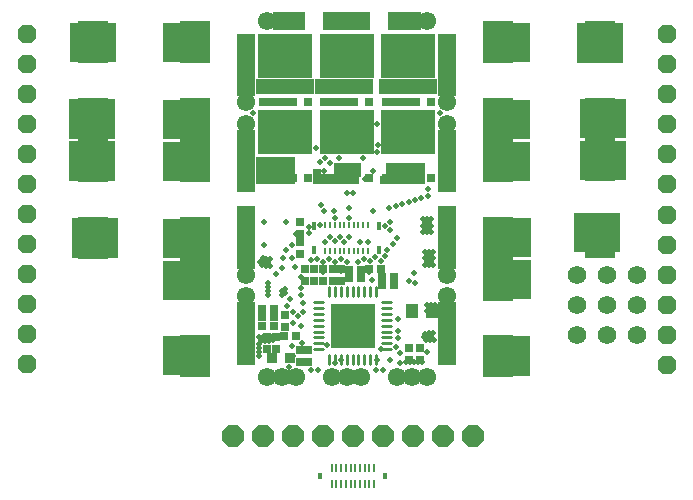
<source format=gbr>
G04 EAGLE Gerber RS-274X export*
G75*
%MOMM*%
%FSLAX34Y34*%
%LPD*%
%INSoldermask Top*%
%IPPOS*%
%AMOC8*
5,1,8,0,0,1.08239X$1,22.5*%
G01*
%ADD10R,0.750800X0.650800*%
%ADD11R,0.650800X0.750800*%
%ADD12R,1.050800X1.150800*%
%ADD13R,3.300800X0.736800*%
%ADD14R,0.760800X0.736800*%
%ADD15R,4.570800X3.850800*%
%ADD16C,0.280800*%
%ADD17R,3.750800X3.750800*%
%ADD18R,0.850800X0.850800*%
%ADD19R,0.270800X0.525800*%
%ADD20R,0.370800X0.700800*%
%ADD21R,2.550800X3.550800*%
%ADD22C,1.574800*%
%ADD23P,1.704548X8X202.500000*%
%ADD24R,0.270800X0.710800*%
%ADD25R,0.400800X0.490800*%
%ADD26P,1.979475X8X292.500000*%
%ADD27R,1.550800X1.550800*%
%ADD28R,0.704800X0.704800*%
%ADD29C,1.550800*%
%ADD30C,0.504800*%


D10*
X253365Y112094D03*
X253365Y122094D03*
X246190Y103616D03*
X246190Y93616D03*
X285750Y151274D03*
X285750Y161274D03*
X293624Y161274D03*
X293624Y151274D03*
X277876Y151274D03*
X277876Y161274D03*
X270002Y151274D03*
X270002Y161274D03*
D11*
X307992Y153543D03*
X317992Y153543D03*
D10*
X300609Y151274D03*
X300609Y161274D03*
X265811Y174007D03*
X265811Y184007D03*
D11*
X262683Y104648D03*
X252683Y104648D03*
D10*
X265811Y190898D03*
X265811Y200898D03*
D11*
X335868Y147511D03*
X345868Y147511D03*
D12*
X360562Y125413D03*
X377562Y125413D03*
D11*
X334883Y161481D03*
X324883Y161481D03*
D13*
X299276Y302657D03*
D14*
X324676Y302657D03*
D15*
X305626Y341757D03*
D13*
X299212Y238077D03*
D14*
X324612Y238077D03*
D15*
X305562Y277177D03*
D13*
X247206Y302657D03*
D14*
X272606Y302657D03*
D15*
X253556Y341757D03*
D13*
X247142Y238077D03*
D14*
X272542Y238077D03*
D15*
X253492Y277177D03*
D13*
X351346Y302657D03*
D14*
X376746Y302657D03*
D15*
X357696Y341757D03*
D13*
X351282Y238077D03*
D14*
X376682Y238077D03*
D15*
X357632Y277177D03*
D16*
X330579Y146198D02*
X330579Y138498D01*
X325579Y138498D02*
X325579Y146198D01*
X320579Y146198D02*
X320579Y138498D01*
X315579Y138498D02*
X315579Y146198D01*
X310579Y146198D02*
X310579Y138498D01*
X305579Y138498D02*
X305579Y146198D01*
X300579Y146198D02*
X300579Y138498D01*
X295579Y138498D02*
X295579Y146198D01*
X290579Y146198D02*
X290579Y138498D01*
X285429Y133348D02*
X277729Y133348D01*
X277729Y128348D02*
X285429Y128348D01*
X285429Y123348D02*
X277729Y123348D01*
X277729Y118348D02*
X285429Y118348D01*
X285429Y113348D02*
X277729Y113348D01*
X277729Y108348D02*
X285429Y108348D01*
X285429Y103348D02*
X277729Y103348D01*
X277729Y98348D02*
X285429Y98348D01*
X285429Y93348D02*
X277729Y93348D01*
X290579Y88198D02*
X290579Y80498D01*
X295579Y80498D02*
X295579Y88198D01*
X300579Y88198D02*
X300579Y80498D01*
X305579Y80498D02*
X305579Y88198D01*
X310579Y88198D02*
X310579Y80498D01*
X315579Y80498D02*
X315579Y88198D01*
X320579Y88198D02*
X320579Y80498D01*
X325579Y80498D02*
X325579Y88198D01*
X330579Y88198D02*
X330579Y80498D01*
X335729Y93348D02*
X343429Y93348D01*
X343429Y98348D02*
X335729Y98348D01*
X335729Y103348D02*
X343429Y103348D01*
X343429Y108348D02*
X335729Y108348D01*
X335729Y113348D02*
X343429Y113348D01*
X343429Y118348D02*
X335729Y118348D01*
X335729Y123348D02*
X343429Y123348D01*
X343429Y128348D02*
X335729Y128348D01*
X335779Y133348D02*
X343479Y133348D01*
D17*
X310579Y113348D03*
D11*
X243887Y112776D03*
X233887Y112776D03*
X233887Y120650D03*
X243887Y120650D03*
X243887Y127635D03*
X233887Y127635D03*
D18*
X242754Y85725D03*
X257754Y85725D03*
D10*
X238316Y103616D03*
X238316Y93616D03*
D19*
X323596Y176784D03*
X319596Y176784D03*
X315596Y176784D03*
X311596Y176784D03*
X307596Y176784D03*
X303596Y176784D03*
X299596Y176784D03*
X295596Y176784D03*
X291596Y176784D03*
X287596Y176784D03*
X323596Y198684D03*
X319596Y198684D03*
X315596Y198684D03*
X311596Y198684D03*
X307596Y198684D03*
X303596Y198684D03*
X299596Y198684D03*
X295596Y198684D03*
X291596Y198684D03*
X287596Y198684D03*
D20*
X333096Y177784D03*
X278096Y177784D03*
X333096Y197784D03*
X278096Y197784D03*
D10*
X358394Y94535D03*
X358394Y84535D03*
X266129Y82757D03*
X266129Y92757D03*
D11*
X335868Y154496D03*
X345868Y154496D03*
D10*
X367348Y94535D03*
X367348Y84535D03*
X273114Y82757D03*
X273114Y92757D03*
D11*
X307992Y160528D03*
X317992Y160528D03*
D21*
X434086Y353302D03*
X434086Y288302D03*
X177038Y353302D03*
X177038Y288302D03*
X177038Y187909D03*
X177038Y252909D03*
X177038Y152452D03*
X177038Y87452D03*
X434086Y187909D03*
X434086Y252909D03*
X434086Y152388D03*
X434086Y87388D03*
X91059Y353302D03*
X91059Y288302D03*
X90996Y187909D03*
X90996Y252909D03*
X520129Y353302D03*
X520129Y288302D03*
X520129Y188353D03*
X520129Y253353D03*
D22*
X500380Y105791D03*
X500380Y131191D03*
X500380Y156591D03*
X551180Y105791D03*
X551180Y131191D03*
X551180Y156591D03*
D23*
X576580Y80391D03*
X576580Y105791D03*
X576580Y131191D03*
X576580Y156591D03*
X576580Y181991D03*
X576580Y207391D03*
X576580Y232855D03*
X576580Y258255D03*
X576580Y283655D03*
X576580Y309055D03*
X576580Y334455D03*
X576580Y359855D03*
D22*
X525780Y105791D03*
X525780Y131191D03*
X525780Y156591D03*
D23*
X34608Y80645D03*
X34608Y106045D03*
X34608Y131445D03*
X34608Y156845D03*
X34608Y182245D03*
X34608Y207645D03*
X34608Y233045D03*
X34608Y258445D03*
X34608Y283845D03*
X34608Y309245D03*
X34608Y334645D03*
X34608Y360045D03*
D24*
X292862Y-6858D03*
X296862Y-6858D03*
X300862Y-6858D03*
X304862Y-6858D03*
X308862Y-6858D03*
X312862Y-6858D03*
X316862Y-6858D03*
X320862Y-6858D03*
X324862Y-6858D03*
X328862Y-6858D03*
X292862Y-20658D03*
X296862Y-20658D03*
X300862Y-20658D03*
X304862Y-20658D03*
X308862Y-20658D03*
X312862Y-20658D03*
X316862Y-20658D03*
X320862Y-20658D03*
X324862Y-20658D03*
X328862Y-20658D03*
D25*
X283362Y-13758D03*
X338362Y-13758D03*
D26*
X412369Y19812D03*
X386969Y19812D03*
X361569Y19812D03*
X336169Y19812D03*
X310769Y19812D03*
X285369Y19812D03*
X259969Y19812D03*
X234569Y19812D03*
X209169Y19812D03*
D27*
X220472Y271717D03*
X220472Y259144D03*
X220472Y246571D03*
X390652Y271717D03*
X390652Y259144D03*
X390652Y246571D03*
X390652Y233998D03*
D28*
X280353Y236855D03*
D27*
X220472Y233998D03*
D29*
X390652Y284290D03*
X220472Y284290D03*
D28*
X280353Y242189D03*
X285687Y236855D03*
X291021Y236855D03*
X296355Y236855D03*
X301689Y236855D03*
X307023Y236855D03*
X312357Y236855D03*
X298006Y242189D03*
X298006Y247523D03*
X303340Y242189D03*
X308674Y242189D03*
X314008Y242189D03*
X303340Y247523D03*
X308674Y247523D03*
X314008Y247523D03*
D30*
X342566Y84392D03*
X295596Y204857D03*
X307596Y204857D03*
D27*
X390652Y169037D03*
X390652Y181610D03*
X390652Y194183D03*
X220472Y169037D03*
X220472Y181610D03*
X220472Y194183D03*
X220472Y206756D03*
X390652Y206756D03*
D29*
X220472Y156464D03*
X390652Y156464D03*
D30*
X300609Y159345D03*
X317992Y157567D03*
X254617Y200914D03*
X252683Y104648D03*
X238316Y103616D03*
X356154Y82273D03*
X362851Y158017D03*
X370459Y197960D03*
X266827Y154178D03*
X310579Y113411D03*
X253762Y144354D03*
X253762Y141052D03*
X250904Y142703D03*
X250904Y139401D03*
X373761Y197960D03*
X377063Y197960D03*
X372110Y195102D03*
X375412Y195102D03*
X372110Y200817D03*
X375412Y200817D03*
X310579Y116713D03*
X307721Y115062D03*
X313436Y115062D03*
X313436Y118364D03*
X307721Y118364D03*
X310579Y120015D03*
X316294Y116713D03*
X316294Y120015D03*
X313436Y121666D03*
X310579Y123317D03*
X307721Y121666D03*
X304864Y116713D03*
X304864Y120015D03*
X304864Y123317D03*
X316294Y123317D03*
X316294Y113411D03*
X304864Y113411D03*
X373761Y192245D03*
X370459Y192245D03*
X377063Y192245D03*
X373761Y203675D03*
X377063Y203675D03*
X370459Y203675D03*
X233998Y164432D03*
X237300Y164241D03*
X235839Y167162D03*
X232601Y167416D03*
X239141Y166972D03*
X240602Y163987D03*
X237681Y169893D03*
X240983Y169702D03*
X234379Y170210D03*
X235014Y103535D03*
X231712Y103535D03*
X233363Y100678D03*
X236728Y100678D03*
X240030Y100741D03*
X241618Y103599D03*
X243332Y100805D03*
X231648Y97820D03*
X231585Y94455D03*
X231521Y91153D03*
X231648Y87851D03*
X359474Y82263D03*
X362776Y82390D03*
X366078Y82263D03*
X369316Y82199D03*
X374015Y103916D03*
X370713Y103662D03*
X377381Y104107D03*
X372618Y100868D03*
X375920Y101122D03*
X372110Y106647D03*
X375476Y106901D03*
X378778Y107155D03*
X379222Y101376D03*
D28*
X430721Y101092D03*
X425387Y101092D03*
X441389Y101092D03*
X436055Y101092D03*
X446723Y101092D03*
X452057Y101092D03*
X457391Y101092D03*
X430721Y95758D03*
X425387Y95758D03*
X441389Y95758D03*
X436055Y95758D03*
X446723Y95758D03*
X452057Y95758D03*
X457391Y95758D03*
X430721Y90424D03*
X425387Y90424D03*
X441389Y90424D03*
X436055Y90424D03*
X446723Y90424D03*
X452057Y90424D03*
X457391Y90424D03*
X430721Y85090D03*
X425387Y85090D03*
X441389Y85090D03*
X436055Y85090D03*
X446723Y85090D03*
X452057Y85090D03*
X457391Y85090D03*
X430721Y79756D03*
X425387Y79756D03*
X441389Y79756D03*
X436055Y79756D03*
X446723Y79756D03*
X452057Y79756D03*
X457391Y79756D03*
X430721Y74422D03*
X425387Y74422D03*
X441389Y74422D03*
X436055Y74422D03*
X446723Y74422D03*
X452057Y74422D03*
X457391Y74422D03*
X430467Y301117D03*
X425133Y301117D03*
X441135Y301117D03*
X435801Y301117D03*
X446469Y301117D03*
X451803Y301117D03*
X457137Y301117D03*
X430467Y295783D03*
X425133Y295783D03*
X441135Y295783D03*
X435801Y295783D03*
X446469Y295783D03*
X451803Y295783D03*
X457137Y295783D03*
X430467Y290449D03*
X425133Y290449D03*
X441135Y290449D03*
X435801Y290449D03*
X446469Y290449D03*
X451803Y290449D03*
X457137Y290449D03*
X430467Y285115D03*
X425133Y285115D03*
X441135Y285115D03*
X435801Y285115D03*
X446469Y285115D03*
X451803Y285115D03*
X457137Y285115D03*
X430467Y279781D03*
X425133Y279781D03*
X441135Y279781D03*
X435801Y279781D03*
X446469Y279781D03*
X451803Y279781D03*
X457137Y279781D03*
X430467Y274447D03*
X425133Y274447D03*
X441135Y274447D03*
X435801Y274447D03*
X446469Y274447D03*
X451803Y274447D03*
X457137Y274447D03*
X430403Y265621D03*
X425069Y265621D03*
X441071Y265621D03*
X435737Y265621D03*
X446405Y265621D03*
X451739Y265621D03*
X457073Y265621D03*
X430403Y260287D03*
X425069Y260287D03*
X441071Y260287D03*
X435737Y260287D03*
X446405Y260287D03*
X451739Y260287D03*
X457073Y260287D03*
X430403Y254953D03*
X425069Y254953D03*
X441071Y254953D03*
X435737Y254953D03*
X446405Y254953D03*
X451739Y254953D03*
X457073Y254953D03*
X430403Y249619D03*
X425069Y249619D03*
X441071Y249619D03*
X435737Y249619D03*
X446405Y249619D03*
X451739Y249619D03*
X457073Y249619D03*
X430403Y244285D03*
X425069Y244285D03*
X441071Y244285D03*
X435737Y244285D03*
X446405Y244285D03*
X451739Y244285D03*
X457073Y244285D03*
X430403Y238951D03*
X425069Y238951D03*
X441071Y238951D03*
X435737Y238951D03*
X446405Y238951D03*
X451739Y238951D03*
X457073Y238951D03*
X511747Y302070D03*
X506413Y302070D03*
X522415Y302070D03*
X517081Y302070D03*
X527749Y302070D03*
X533083Y302070D03*
X538417Y302070D03*
X511747Y296736D03*
X506413Y296736D03*
X522415Y296736D03*
X517081Y296736D03*
X527749Y296736D03*
X533083Y296736D03*
X538417Y296736D03*
X511747Y291402D03*
X506413Y291402D03*
X522415Y291402D03*
X517081Y291402D03*
X527749Y291402D03*
X533083Y291402D03*
X538417Y291402D03*
X511747Y286068D03*
X506413Y286068D03*
X522415Y286068D03*
X517081Y286068D03*
X527749Y286068D03*
X533083Y286068D03*
X538417Y286068D03*
X511747Y280734D03*
X506413Y280734D03*
X522415Y280734D03*
X517081Y280734D03*
X527749Y280734D03*
X533083Y280734D03*
X538417Y280734D03*
X511747Y275400D03*
X506413Y275400D03*
X522415Y275400D03*
X517081Y275400D03*
X527749Y275400D03*
X533083Y275400D03*
X538417Y275400D03*
X511683Y266573D03*
X506349Y266573D03*
X522351Y266573D03*
X517017Y266573D03*
X527685Y266573D03*
X533019Y266573D03*
X538353Y266573D03*
X511683Y261239D03*
X506349Y261239D03*
X522351Y261239D03*
X517017Y261239D03*
X527685Y261239D03*
X533019Y261239D03*
X538353Y261239D03*
X511683Y255905D03*
X506349Y255905D03*
X522351Y255905D03*
X517017Y255905D03*
X527685Y255905D03*
X533019Y255905D03*
X538353Y255905D03*
X511683Y250571D03*
X506349Y250571D03*
X522351Y250571D03*
X517017Y250571D03*
X527685Y250571D03*
X533019Y250571D03*
X538353Y250571D03*
X511683Y245237D03*
X506349Y245237D03*
X522351Y245237D03*
X517017Y245237D03*
X527685Y245237D03*
X533019Y245237D03*
X538353Y245237D03*
X511683Y239903D03*
X506349Y239903D03*
X522351Y239903D03*
X517017Y239903D03*
X527685Y239903D03*
X533019Y239903D03*
X538353Y239903D03*
X180467Y101473D03*
X185801Y101473D03*
X169799Y101473D03*
X175133Y101473D03*
X164465Y101473D03*
X159131Y101473D03*
X153797Y101473D03*
X180467Y96139D03*
X185801Y96139D03*
X169799Y96139D03*
X175133Y96139D03*
X164465Y96139D03*
X159131Y96139D03*
X153797Y96139D03*
X180467Y90805D03*
X185801Y90805D03*
X169799Y90805D03*
X175133Y90805D03*
X164465Y90805D03*
X159131Y90805D03*
X153797Y90805D03*
X180467Y85471D03*
X185801Y85471D03*
X169799Y85471D03*
X175133Y85471D03*
X164465Y85471D03*
X159131Y85471D03*
X153797Y85471D03*
X180467Y80137D03*
X185801Y80137D03*
X169799Y80137D03*
X175133Y80137D03*
X164465Y80137D03*
X159131Y80137D03*
X153797Y80137D03*
X180467Y74803D03*
X185801Y74803D03*
X169799Y74803D03*
X175133Y74803D03*
X164465Y74803D03*
X159131Y74803D03*
X153797Y74803D03*
X180150Y301054D03*
X185484Y301054D03*
X169482Y301054D03*
X174816Y301054D03*
X164148Y301054D03*
X158814Y301054D03*
X153480Y301054D03*
X180150Y295720D03*
X185484Y295720D03*
X169482Y295720D03*
X174816Y295720D03*
X164148Y295720D03*
X158814Y295720D03*
X153480Y295720D03*
X180150Y290386D03*
X185484Y290386D03*
X169482Y290386D03*
X174816Y290386D03*
X164148Y290386D03*
X158814Y290386D03*
X153480Y290386D03*
X180150Y285052D03*
X185484Y285052D03*
X169482Y285052D03*
X174816Y285052D03*
X164148Y285052D03*
X158814Y285052D03*
X153480Y285052D03*
X180150Y279718D03*
X185484Y279718D03*
X169482Y279718D03*
X174816Y279718D03*
X164148Y279718D03*
X158814Y279718D03*
X153480Y279718D03*
X180150Y274384D03*
X185484Y274384D03*
X169482Y274384D03*
X174816Y274384D03*
X164148Y274384D03*
X158814Y274384D03*
X153480Y274384D03*
X180213Y265557D03*
X185547Y265557D03*
X169545Y265557D03*
X174879Y265557D03*
X164211Y265557D03*
X158877Y265557D03*
X153543Y265557D03*
X180213Y260223D03*
X185547Y260223D03*
X169545Y260223D03*
X174879Y260223D03*
X164211Y260223D03*
X158877Y260223D03*
X153543Y260223D03*
X180213Y254889D03*
X185547Y254889D03*
X169545Y254889D03*
X174879Y254889D03*
X164211Y254889D03*
X158877Y254889D03*
X153543Y254889D03*
X180213Y249555D03*
X185547Y249555D03*
X169545Y249555D03*
X174879Y249555D03*
X164211Y249555D03*
X158877Y249555D03*
X153543Y249555D03*
X180213Y244221D03*
X185547Y244221D03*
X169545Y244221D03*
X174879Y244221D03*
X164211Y244221D03*
X158877Y244221D03*
X153543Y244221D03*
X180213Y238887D03*
X185547Y238887D03*
X169545Y238887D03*
X174879Y238887D03*
X164211Y238887D03*
X158877Y238887D03*
X153543Y238887D03*
X100457Y301498D03*
X105791Y301498D03*
X89789Y301498D03*
X95123Y301498D03*
X84455Y301498D03*
X79121Y301498D03*
X73787Y301498D03*
X100457Y296164D03*
X105791Y296164D03*
X89789Y296164D03*
X95123Y296164D03*
X84455Y296164D03*
X79121Y296164D03*
X73787Y296164D03*
X100457Y290830D03*
X105791Y290830D03*
X89789Y290830D03*
X95123Y290830D03*
X84455Y290830D03*
X79121Y290830D03*
X73787Y290830D03*
X100457Y285496D03*
X105791Y285496D03*
X89789Y285496D03*
X95123Y285496D03*
X84455Y285496D03*
X79121Y285496D03*
X73787Y285496D03*
X100457Y280162D03*
X105791Y280162D03*
X89789Y280162D03*
X95123Y280162D03*
X84455Y280162D03*
X79121Y280162D03*
X73787Y280162D03*
X100457Y274828D03*
X105791Y274828D03*
X89789Y274828D03*
X95123Y274828D03*
X84455Y274828D03*
X79121Y274828D03*
X73787Y274828D03*
X100521Y266002D03*
X105855Y266002D03*
X89853Y266002D03*
X95187Y266002D03*
X84519Y266002D03*
X79185Y266002D03*
X73851Y266002D03*
X100521Y260668D03*
X105855Y260668D03*
X89853Y260668D03*
X95187Y260668D03*
X84519Y260668D03*
X79185Y260668D03*
X73851Y260668D03*
X100521Y255334D03*
X105855Y255334D03*
X89853Y255334D03*
X95187Y255334D03*
X84519Y255334D03*
X79185Y255334D03*
X73851Y255334D03*
X100521Y250000D03*
X105855Y250000D03*
X89853Y250000D03*
X95187Y250000D03*
X84519Y250000D03*
X79185Y250000D03*
X73851Y250000D03*
X100521Y244666D03*
X105855Y244666D03*
X89853Y244666D03*
X95187Y244666D03*
X84519Y244666D03*
X79185Y244666D03*
X73851Y244666D03*
X100521Y239332D03*
X105855Y239332D03*
X89853Y239332D03*
X95187Y239332D03*
X84519Y239332D03*
X79185Y239332D03*
X73851Y239332D03*
D30*
X331666Y84348D03*
X350635Y90456D03*
X335632Y159329D03*
X262776Y191174D03*
X257040Y78566D03*
D27*
X390652Y88011D03*
X390652Y100584D03*
X390652Y113157D03*
X220472Y88011D03*
X220472Y100584D03*
X220472Y113157D03*
X220472Y125730D03*
X390652Y125730D03*
D29*
X220472Y138303D03*
X390652Y138303D03*
D27*
X220472Y352743D03*
X220472Y340170D03*
X220472Y327597D03*
X390652Y352743D03*
X390652Y340170D03*
X390652Y327597D03*
X390652Y315024D03*
X220472Y315024D03*
D29*
X390652Y302451D03*
X220472Y302451D03*
D30*
X378905Y170307D03*
X375603Y170307D03*
X377254Y173165D03*
X377254Y167450D03*
X373952Y167450D03*
X372301Y170307D03*
X373952Y173165D03*
X373571Y125413D03*
X376873Y125286D03*
X375349Y128207D03*
X378651Y128080D03*
X380175Y125159D03*
X378397Y122365D03*
X375095Y122492D03*
X377127Y131001D03*
X373825Y131128D03*
X380429Y130874D03*
X381699Y122238D03*
X381953Y127953D03*
X375603Y164592D03*
X372301Y164592D03*
X378905Y164592D03*
X375603Y176022D03*
X372301Y176022D03*
X378905Y176022D03*
X238633Y145733D03*
X238697Y142431D03*
X238633Y139129D03*
X238697Y149035D03*
D28*
X426022Y201232D03*
X431356Y201232D03*
X436690Y201232D03*
X442024Y201232D03*
X426022Y195898D03*
X431356Y195898D03*
X436690Y195898D03*
X442024Y195898D03*
X426022Y190564D03*
X431356Y190564D03*
X436690Y190564D03*
X442024Y190564D03*
X426022Y185230D03*
X431356Y185230D03*
X436690Y185230D03*
X442024Y185230D03*
X426022Y179896D03*
X431356Y179896D03*
X436690Y179896D03*
X442024Y179896D03*
X426022Y174562D03*
X431356Y174562D03*
X436690Y174562D03*
X442024Y174562D03*
X425958Y165735D03*
X431292Y165735D03*
X436626Y165735D03*
X441960Y165735D03*
X425958Y160401D03*
X431292Y160401D03*
X436626Y160401D03*
X441960Y160401D03*
X425958Y155067D03*
X431292Y155067D03*
X436626Y155067D03*
X441960Y155067D03*
X425958Y149733D03*
X431292Y149733D03*
X436626Y149733D03*
X441960Y149733D03*
X425958Y144399D03*
X431292Y144399D03*
X436626Y144399D03*
X441960Y144399D03*
X425958Y139065D03*
X431292Y139065D03*
X436626Y139065D03*
X441960Y139065D03*
X506857Y205677D03*
X501523Y205677D03*
X517525Y205677D03*
X512191Y205677D03*
X522859Y205677D03*
X528193Y205677D03*
X533527Y205677D03*
X506857Y200343D03*
X501523Y200343D03*
X517525Y200343D03*
X512191Y200343D03*
X522859Y200343D03*
X528193Y200343D03*
X533527Y200343D03*
X506857Y195009D03*
X501523Y195009D03*
X517525Y195009D03*
X512191Y195009D03*
X522859Y195009D03*
X528193Y195009D03*
X533527Y195009D03*
X506857Y189675D03*
X501523Y189675D03*
X517525Y189675D03*
X512191Y189675D03*
X522859Y189675D03*
X528193Y189675D03*
X533527Y189675D03*
X506857Y184341D03*
X501523Y184341D03*
X517525Y184341D03*
X512191Y184341D03*
X522859Y184341D03*
X528193Y184341D03*
X533527Y184341D03*
X506857Y179007D03*
X501523Y179007D03*
X517525Y179007D03*
X512191Y179007D03*
X522859Y179007D03*
X528193Y179007D03*
X533527Y179007D03*
X509651Y366014D03*
X504317Y366014D03*
X520319Y366014D03*
X514985Y366014D03*
X525653Y366014D03*
X530987Y366014D03*
X536321Y366014D03*
X509651Y360680D03*
X504317Y360680D03*
X520319Y360680D03*
X514985Y360680D03*
X525653Y360680D03*
X530987Y360680D03*
X536321Y360680D03*
X509651Y355346D03*
X504317Y355346D03*
X520319Y355346D03*
X514985Y355346D03*
X525653Y355346D03*
X530987Y355346D03*
X536321Y355346D03*
X509651Y350012D03*
X504317Y350012D03*
X520319Y350012D03*
X514985Y350012D03*
X525653Y350012D03*
X530987Y350012D03*
X536321Y350012D03*
X509651Y344678D03*
X504317Y344678D03*
X520319Y344678D03*
X514985Y344678D03*
X525653Y344678D03*
X530987Y344678D03*
X536321Y344678D03*
X509651Y339344D03*
X504317Y339344D03*
X520319Y339344D03*
X514985Y339344D03*
X525653Y339344D03*
X530987Y339344D03*
X536321Y339344D03*
X430657Y366205D03*
X425323Y366205D03*
X441325Y366205D03*
X435991Y366205D03*
X446659Y366205D03*
X451993Y366205D03*
X457327Y366205D03*
X430657Y360871D03*
X425323Y360871D03*
X441325Y360871D03*
X435991Y360871D03*
X446659Y360871D03*
X451993Y360871D03*
X457327Y360871D03*
X430657Y355537D03*
X425323Y355537D03*
X441325Y355537D03*
X435991Y355537D03*
X446659Y355537D03*
X451993Y355537D03*
X457327Y355537D03*
X430657Y350203D03*
X425323Y350203D03*
X441325Y350203D03*
X435991Y350203D03*
X446659Y350203D03*
X451993Y350203D03*
X457327Y350203D03*
X430657Y344869D03*
X425323Y344869D03*
X441325Y344869D03*
X435991Y344869D03*
X446659Y344869D03*
X451993Y344869D03*
X457327Y344869D03*
X430657Y339535D03*
X425323Y339535D03*
X441325Y339535D03*
X435991Y339535D03*
X446659Y339535D03*
X451993Y339535D03*
X457327Y339535D03*
X185547Y200470D03*
X180213Y200470D03*
X174879Y200470D03*
X169545Y200470D03*
X185547Y195136D03*
X180213Y195136D03*
X174879Y195136D03*
X169545Y195136D03*
X185547Y189802D03*
X180213Y189802D03*
X174879Y189802D03*
X169545Y189802D03*
X185547Y184468D03*
X180213Y184468D03*
X174879Y184468D03*
X169545Y184468D03*
X185547Y179134D03*
X180213Y179134D03*
X174879Y179134D03*
X169545Y179134D03*
X185547Y173800D03*
X180213Y173800D03*
X174879Y173800D03*
X169545Y173800D03*
X185611Y164973D03*
X180277Y164973D03*
X174943Y164973D03*
X169609Y164973D03*
X185611Y159639D03*
X180277Y159639D03*
X174943Y159639D03*
X169609Y159639D03*
X185611Y154305D03*
X180277Y154305D03*
X174943Y154305D03*
X169609Y154305D03*
X185611Y148971D03*
X180277Y148971D03*
X174943Y148971D03*
X169609Y148971D03*
X185611Y143637D03*
X180277Y143637D03*
X174943Y143637D03*
X169609Y143637D03*
X185611Y138303D03*
X180277Y138303D03*
X174943Y138303D03*
X169609Y138303D03*
X102997Y200787D03*
X108331Y200787D03*
X92329Y200787D03*
X97663Y200787D03*
X86995Y200787D03*
X81661Y200787D03*
X76327Y200787D03*
X102997Y195453D03*
X108331Y195453D03*
X92329Y195453D03*
X97663Y195453D03*
X86995Y195453D03*
X81661Y195453D03*
X76327Y195453D03*
X102997Y190119D03*
X108331Y190119D03*
X92329Y190119D03*
X97663Y190119D03*
X86995Y190119D03*
X81661Y190119D03*
X76327Y190119D03*
X102997Y184785D03*
X108331Y184785D03*
X92329Y184785D03*
X97663Y184785D03*
X86995Y184785D03*
X81661Y184785D03*
X76327Y184785D03*
X102997Y179451D03*
X108331Y179451D03*
X92329Y179451D03*
X97663Y179451D03*
X86995Y179451D03*
X81661Y179451D03*
X76327Y179451D03*
X102997Y174117D03*
X108331Y174117D03*
X92329Y174117D03*
X97663Y174117D03*
X86995Y174117D03*
X81661Y174117D03*
X76327Y174117D03*
X101283Y366395D03*
X106617Y366395D03*
X90615Y366395D03*
X95949Y366395D03*
X85281Y366395D03*
X79947Y366395D03*
X74613Y366395D03*
X101283Y361061D03*
X106617Y361061D03*
X90615Y361061D03*
X95949Y361061D03*
X85281Y361061D03*
X79947Y361061D03*
X74613Y361061D03*
X101283Y355727D03*
X106617Y355727D03*
X90615Y355727D03*
X95949Y355727D03*
X85281Y355727D03*
X79947Y355727D03*
X74613Y355727D03*
X101283Y350393D03*
X106617Y350393D03*
X90615Y350393D03*
X95949Y350393D03*
X85281Y350393D03*
X79947Y350393D03*
X74613Y350393D03*
X101283Y345059D03*
X106617Y345059D03*
X90615Y345059D03*
X95949Y345059D03*
X85281Y345059D03*
X79947Y345059D03*
X74613Y345059D03*
X101283Y339725D03*
X106617Y339725D03*
X90615Y339725D03*
X95949Y339725D03*
X85281Y339725D03*
X79947Y339725D03*
X74613Y339725D03*
X179959Y366268D03*
X185293Y366268D03*
X169291Y366268D03*
X174625Y366268D03*
X163957Y366268D03*
X158623Y366268D03*
X153289Y366268D03*
X179959Y360934D03*
X185293Y360934D03*
X169291Y360934D03*
X174625Y360934D03*
X163957Y360934D03*
X158623Y360934D03*
X153289Y360934D03*
X179959Y355600D03*
X185293Y355600D03*
X169291Y355600D03*
X174625Y355600D03*
X163957Y355600D03*
X158623Y355600D03*
X153289Y355600D03*
X179959Y350266D03*
X185293Y350266D03*
X169291Y350266D03*
X174625Y350266D03*
X163957Y350266D03*
X158623Y350266D03*
X153289Y350266D03*
X179959Y344932D03*
X185293Y344932D03*
X169291Y344932D03*
X174625Y344932D03*
X163957Y344932D03*
X158623Y344932D03*
X153289Y344932D03*
X179959Y339598D03*
X185293Y339598D03*
X169291Y339598D03*
X174625Y339598D03*
X163957Y339598D03*
X158623Y339598D03*
X153289Y339598D03*
X164148Y200470D03*
X158814Y200470D03*
X153480Y200470D03*
X164148Y195136D03*
X158814Y195136D03*
X153480Y195136D03*
X164148Y189802D03*
X158814Y189802D03*
X153480Y189802D03*
X164148Y184468D03*
X158814Y184468D03*
X153480Y184468D03*
X164148Y179134D03*
X158814Y179134D03*
X153480Y179134D03*
X164148Y173800D03*
X158814Y173800D03*
X153480Y173800D03*
X164211Y164973D03*
X158877Y164973D03*
X153543Y164973D03*
X164211Y159639D03*
X158877Y159639D03*
X153543Y159639D03*
X164211Y154305D03*
X158877Y154305D03*
X153543Y154305D03*
X164211Y148971D03*
X158877Y148971D03*
X153543Y148971D03*
X164211Y143637D03*
X158877Y143637D03*
X153543Y143637D03*
X164211Y138303D03*
X158877Y138303D03*
X153543Y138303D03*
X447485Y201232D03*
X452819Y201232D03*
X458153Y201232D03*
X447485Y195898D03*
X452819Y195898D03*
X458153Y195898D03*
X447485Y190564D03*
X452819Y190564D03*
X458153Y190564D03*
X447485Y185230D03*
X452819Y185230D03*
X458153Y185230D03*
X447485Y179896D03*
X452819Y179896D03*
X458153Y179896D03*
X447485Y174562D03*
X452819Y174562D03*
X458153Y174562D03*
X447421Y165735D03*
X452755Y165735D03*
X458089Y165735D03*
X447421Y160401D03*
X452755Y160401D03*
X458089Y160401D03*
X447421Y155067D03*
X452755Y155067D03*
X458089Y155067D03*
X447421Y149733D03*
X452755Y149733D03*
X458089Y149733D03*
X447421Y144399D03*
X452755Y144399D03*
X458089Y144399D03*
X447421Y139065D03*
X452755Y139065D03*
X458089Y139065D03*
D30*
X268859Y124587D03*
X360562Y123580D03*
X347738Y95237D03*
X300515Y84348D03*
X258946Y95725D03*
X268992Y132479D03*
X349375Y118763D03*
X264588Y121204D03*
X324883Y158740D03*
X352653Y216297D03*
X272606Y302657D03*
X299533Y255018D03*
X325648Y168131D03*
X327517Y210773D03*
X307993Y212699D03*
X286782Y244666D03*
X337855Y197549D03*
X334275Y168328D03*
D28*
X232156Y236792D03*
D30*
X291533Y250973D03*
D28*
X232156Y242126D03*
X232156Y247460D03*
X232156Y252794D03*
X237490Y252794D03*
X242824Y252794D03*
X248158Y252794D03*
X253492Y252794D03*
X258826Y252794D03*
X237490Y247460D03*
X242824Y247460D03*
X248158Y247460D03*
X253492Y247460D03*
X258826Y247460D03*
X237490Y242126D03*
X242824Y242126D03*
X248158Y242126D03*
X253492Y242126D03*
X258826Y242126D03*
X237490Y236792D03*
X242824Y236792D03*
X248158Y236792D03*
X253492Y236792D03*
X258826Y236792D03*
D30*
X283334Y251539D03*
X315532Y167187D03*
X261604Y162560D03*
X342171Y194187D03*
D28*
X232156Y318580D03*
D29*
X237871Y371285D03*
D27*
X250444Y371285D03*
X263017Y371285D03*
D28*
X232156Y313246D03*
X237490Y318580D03*
X237490Y313246D03*
X242824Y318580D03*
X242824Y313246D03*
X248158Y318580D03*
X248158Y313246D03*
X253492Y318580D03*
X258826Y318580D03*
X264160Y318580D03*
X269494Y318580D03*
X253492Y313246D03*
X258826Y313246D03*
X264160Y313246D03*
X269494Y313246D03*
X274828Y318580D03*
X274828Y313246D03*
D30*
X279803Y263368D03*
X320501Y170027D03*
X285750Y158740D03*
D28*
X282258Y318580D03*
D27*
X292989Y371285D03*
X305562Y371285D03*
X318135Y371285D03*
D30*
X295529Y267081D03*
D28*
X282258Y313246D03*
X287592Y318580D03*
X292926Y318580D03*
X298260Y318580D03*
X303594Y318580D03*
X308928Y318580D03*
X314262Y318580D03*
X319596Y318580D03*
X324930Y318580D03*
X287592Y313246D03*
X292926Y313246D03*
X298260Y313246D03*
X303594Y313246D03*
X308928Y313246D03*
X314262Y313246D03*
X319596Y313246D03*
X324930Y313246D03*
D30*
X317024Y184548D03*
X295466Y167433D03*
X277876Y160772D03*
X331661Y284018D03*
X307595Y188227D03*
X290481Y170126D03*
X321482Y237235D03*
X305663Y167187D03*
X283337Y198682D03*
X331321Y260447D03*
X384792Y293504D03*
X285496Y167433D03*
X295596Y184612D03*
X295200Y210286D03*
X311397Y225875D03*
D28*
X378968Y318580D03*
D27*
X348107Y371285D03*
X360680Y371285D03*
D29*
X373253Y371285D03*
D28*
X373634Y318580D03*
X378968Y313246D03*
X373634Y313246D03*
X368300Y318580D03*
X362966Y318580D03*
X357632Y318580D03*
X352298Y318580D03*
X346964Y318580D03*
X341630Y318580D03*
X336296Y318580D03*
X368300Y313246D03*
X362966Y313246D03*
X357632Y313246D03*
X352298Y313246D03*
X346964Y313246D03*
X341630Y313246D03*
X336296Y313246D03*
D30*
X337225Y264622D03*
X303596Y184548D03*
X280480Y170094D03*
X245997Y156695D03*
D28*
X368935Y236855D03*
D30*
X327792Y244666D03*
D28*
X368935Y242189D03*
X368935Y247523D03*
X363538Y236855D03*
X358204Y236855D03*
X352870Y236855D03*
X347536Y236855D03*
X342202Y236855D03*
X336868Y236855D03*
X363538Y242189D03*
X358204Y242189D03*
X352870Y242189D03*
X347536Y242189D03*
X342202Y242189D03*
X363538Y247523D03*
X358204Y247523D03*
X352870Y247523D03*
X347536Y247523D03*
X342202Y247523D03*
D30*
X287592Y184548D03*
X275051Y168962D03*
X251604Y171006D03*
X255501Y130027D03*
X284215Y215583D03*
X319533Y255018D03*
X291594Y188287D03*
X286215Y210530D03*
X305852Y225875D03*
X300525Y170051D03*
X342171Y200910D03*
X350725Y81915D03*
X327010Y151911D03*
X295515Y81617D03*
X235776Y200674D03*
X254617Y177665D03*
X235776Y181674D03*
X267214Y145115D03*
X281115Y76153D03*
X260161Y87757D03*
X330572Y75871D03*
X347899Y187118D03*
X341795Y212741D03*
X334711Y93348D03*
X345015Y182324D03*
X347224Y214519D03*
X339633Y177514D03*
X267214Y139686D03*
X358082Y218075D03*
X331796Y265876D03*
X299596Y188289D03*
X259127Y171006D03*
X257683Y135725D03*
X287533Y255018D03*
X226060Y293370D03*
X323596Y184548D03*
X251286Y162497D03*
X259127Y181737D03*
X267214Y113362D03*
X267931Y98915D03*
X273337Y196904D03*
X275686Y76153D03*
X374460Y228838D03*
X336001Y75935D03*
X273749Y191475D03*
X358267Y151511D03*
X374369Y223409D03*
X349375Y103079D03*
X349375Y108508D03*
X329865Y171698D03*
X368940Y221631D03*
X338196Y172085D03*
X363511Y219853D03*
X260007Y115534D03*
X260302Y124635D03*
X288920Y96740D03*
X307992Y156536D03*
X374007Y90932D03*
X363420Y149661D03*
D29*
X373253Y69469D03*
X360680Y69469D03*
X348107Y69469D03*
X318135Y69469D03*
X305562Y69469D03*
X292989Y69469D03*
X263017Y69469D03*
X250444Y69469D03*
X237871Y69469D03*
M02*

</source>
